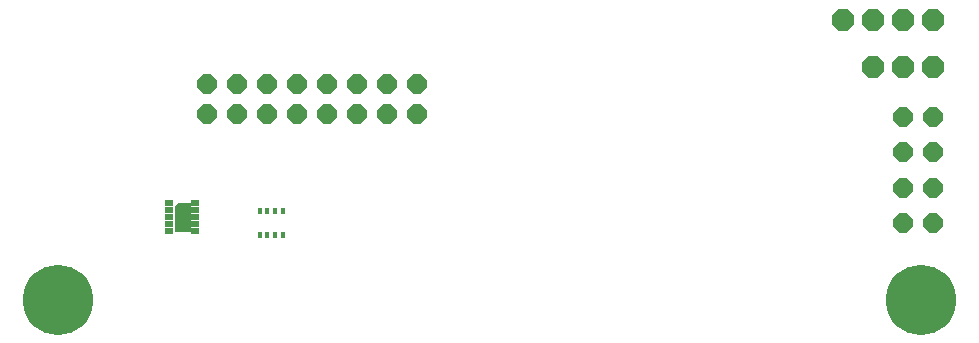
<source format=gts>
G75*
%MOIN*%
%OFA0B0*%
%FSLAX24Y24*%
%IPPOS*%
%LPD*%
%AMOC8*
5,1,8,0,0,1.08239X$1,22.5*
%
%ADD10C,0.2340*%
%ADD11R,0.0316X0.0197*%
%ADD12C,0.0020*%
%ADD13R,0.0178X0.0237*%
%ADD14OC8,0.0640*%
%ADD15OC8,0.0749*%
D10*
X001800Y001800D03*
X030540Y001800D03*
D11*
X006367Y004083D03*
X006367Y004320D03*
X006367Y004556D03*
X006367Y004792D03*
X006367Y005028D03*
X005501Y005028D03*
X005501Y004792D03*
X005501Y004556D03*
X005501Y004320D03*
X005501Y004083D03*
D12*
X005688Y004077D02*
X006180Y004077D01*
X006180Y004074D02*
X005688Y004074D01*
X005688Y004930D01*
X005796Y005038D01*
X006180Y005038D01*
X006180Y004074D01*
X006180Y004095D02*
X005688Y004095D01*
X005688Y004114D02*
X006180Y004114D01*
X006180Y004132D02*
X005688Y004132D01*
X005688Y004150D02*
X006180Y004150D01*
X006180Y004168D02*
X005688Y004168D01*
X005688Y004186D02*
X006180Y004186D01*
X006180Y004205D02*
X005688Y004205D01*
X005688Y004223D02*
X006180Y004223D01*
X006180Y004241D02*
X005688Y004241D01*
X005688Y004259D02*
X006180Y004259D01*
X006180Y004277D02*
X005688Y004277D01*
X005688Y004296D02*
X006180Y004296D01*
X006180Y004314D02*
X005688Y004314D01*
X005688Y004332D02*
X006180Y004332D01*
X006180Y004350D02*
X005688Y004350D01*
X005688Y004368D02*
X006180Y004368D01*
X006180Y004386D02*
X005688Y004386D01*
X005688Y004405D02*
X006180Y004405D01*
X006180Y004423D02*
X005688Y004423D01*
X005688Y004441D02*
X006180Y004441D01*
X006180Y004459D02*
X005688Y004459D01*
X005688Y004477D02*
X006180Y004477D01*
X006180Y004496D02*
X005688Y004496D01*
X005688Y004514D02*
X006180Y004514D01*
X006180Y004532D02*
X005688Y004532D01*
X005688Y004550D02*
X006180Y004550D01*
X006180Y004568D02*
X005688Y004568D01*
X005688Y004586D02*
X006180Y004586D01*
X006180Y004605D02*
X005688Y004605D01*
X005688Y004623D02*
X006180Y004623D01*
X006180Y004641D02*
X005688Y004641D01*
X005688Y004659D02*
X006180Y004659D01*
X006180Y004677D02*
X005688Y004677D01*
X005688Y004696D02*
X006180Y004696D01*
X006180Y004714D02*
X005688Y004714D01*
X005688Y004732D02*
X006180Y004732D01*
X006180Y004750D02*
X005688Y004750D01*
X005688Y004768D02*
X006180Y004768D01*
X006180Y004787D02*
X005688Y004787D01*
X005688Y004805D02*
X006180Y004805D01*
X006180Y004823D02*
X005688Y004823D01*
X005688Y004841D02*
X006180Y004841D01*
X006180Y004859D02*
X005688Y004859D01*
X005688Y004877D02*
X006180Y004877D01*
X006180Y004896D02*
X005688Y004896D01*
X005688Y004914D02*
X006180Y004914D01*
X006180Y004932D02*
X005690Y004932D01*
X005708Y004950D02*
X006180Y004950D01*
X006180Y004968D02*
X005726Y004968D01*
X005744Y004987D02*
X006180Y004987D01*
X006180Y005005D02*
X005763Y005005D01*
X005781Y005023D02*
X006180Y005023D01*
D13*
X008503Y004763D03*
X008759Y004763D03*
X009015Y004763D03*
X009270Y004763D03*
X009270Y003956D03*
X009015Y003956D03*
X008759Y003956D03*
X008503Y003956D03*
D14*
X008765Y007993D03*
X009765Y007993D03*
X010765Y007993D03*
X011765Y007993D03*
X012765Y007993D03*
X013765Y007993D03*
X013765Y008993D03*
X012765Y008993D03*
X011765Y008993D03*
X010765Y008993D03*
X009765Y008993D03*
X008765Y008993D03*
X007765Y008993D03*
X006765Y008993D03*
X006765Y007993D03*
X007765Y007993D03*
X029961Y007902D03*
X030961Y007902D03*
X030961Y006721D03*
X029961Y006721D03*
X029961Y005540D03*
X030961Y005540D03*
X030961Y004359D03*
X029961Y004359D03*
D15*
X029950Y009556D03*
X030950Y009556D03*
X028950Y009556D03*
X028938Y011131D03*
X029938Y011131D03*
X030938Y011131D03*
X027938Y011131D03*
M02*

</source>
